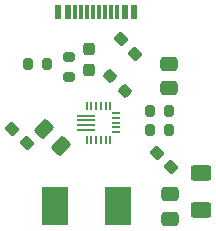
<source format=gbr>
%TF.GenerationSoftware,KiCad,Pcbnew,9.0.6*%
%TF.CreationDate,2025-12-26T02:16:26-08:00*%
%TF.ProjectId,NVG Monocular,4e564720-4d6f-46e6-9f63-756c61722e6b,rev?*%
%TF.SameCoordinates,Original*%
%TF.FileFunction,Paste,Top*%
%TF.FilePolarity,Positive*%
%FSLAX46Y46*%
G04 Gerber Fmt 4.6, Leading zero omitted, Abs format (unit mm)*
G04 Created by KiCad (PCBNEW 9.0.6) date 2025-12-26 02:16:26*
%MOMM*%
%LPD*%
G01*
G04 APERTURE LIST*
G04 Aperture macros list*
%AMRoundRect*
0 Rectangle with rounded corners*
0 $1 Rounding radius*
0 $2 $3 $4 $5 $6 $7 $8 $9 X,Y pos of 4 corners*
0 Add a 4 corners polygon primitive as box body*
4,1,4,$2,$3,$4,$5,$6,$7,$8,$9,$2,$3,0*
0 Add four circle primitives for the rounded corners*
1,1,$1+$1,$2,$3*
1,1,$1+$1,$4,$5*
1,1,$1+$1,$6,$7*
1,1,$1+$1,$8,$9*
0 Add four rect primitives between the rounded corners*
20,1,$1+$1,$2,$3,$4,$5,0*
20,1,$1+$1,$4,$5,$6,$7,0*
20,1,$1+$1,$6,$7,$8,$9,0*
20,1,$1+$1,$8,$9,$2,$3,0*%
G04 Aperture macros list end*
%ADD10RoundRect,0.237500X-0.380070X0.044194X0.044194X-0.380070X0.380070X-0.044194X-0.044194X0.380070X0*%
%ADD11RoundRect,0.250000X-0.475000X0.337500X-0.475000X-0.337500X0.475000X-0.337500X0.475000X0.337500X0*%
%ADD12RoundRect,0.237500X-0.344715X0.008839X0.008839X-0.344715X0.344715X-0.008839X-0.008839X0.344715X0*%
%ADD13RoundRect,0.200000X0.200000X0.275000X-0.200000X0.275000X-0.200000X-0.275000X0.200000X-0.275000X0*%
%ADD14R,1.498600X0.203200*%
%ADD15R,0.203200X0.711200*%
%ADD16R,0.711200X0.203200*%
%ADD17RoundRect,0.237500X0.237500X-0.300000X0.237500X0.300000X-0.237500X0.300000X-0.237500X-0.300000X0*%
%ADD18RoundRect,0.200000X-0.200000X-0.275000X0.200000X-0.275000X0.200000X0.275000X-0.200000X0.275000X0*%
%ADD19RoundRect,0.250000X-0.625000X0.400000X-0.625000X-0.400000X0.625000X-0.400000X0.625000X0.400000X0*%
%ADD20RoundRect,0.250000X0.574524X0.097227X0.097227X0.574524X-0.574524X-0.097227X-0.097227X-0.574524X0*%
%ADD21RoundRect,0.250000X0.475000X-0.337500X0.475000X0.337500X-0.475000X0.337500X-0.475000X-0.337500X0*%
%ADD22RoundRect,0.200000X0.275000X-0.200000X0.275000X0.200000X-0.275000X0.200000X-0.275000X-0.200000X0*%
%ADD23R,2.235200X3.175000*%
%ADD24R,0.600000X1.150000*%
%ADD25R,0.300000X1.150000*%
G04 APERTURE END LIST*
D10*
%TO.C,C2*%
X151434520Y-92506520D03*
X152654280Y-93726280D03*
%TD*%
D11*
%TO.C,C3*%
X152552400Y-95990500D03*
X152552400Y-98065500D03*
%TD*%
D12*
%TO.C,R8*%
X147487565Y-85968765D03*
X148778035Y-87259235D03*
%TD*%
D13*
%TO.C,R7*%
X142176000Y-84963000D03*
X140526000Y-84963000D03*
%TD*%
D14*
%TO.C,U1*%
X145449999Y-89349999D03*
X145449999Y-89750001D03*
X145449999Y-90150000D03*
X145449999Y-90549999D03*
D15*
X145499998Y-91400000D03*
X145900000Y-91400000D03*
X146299999Y-91400000D03*
X146699999Y-91400000D03*
X147099998Y-91400000D03*
X147500000Y-91400000D03*
D16*
X147949999Y-90750001D03*
X147949999Y-90349999D03*
X147949999Y-89950000D03*
X147949999Y-89550001D03*
X147949999Y-89149999D03*
D15*
X147500000Y-88500000D03*
X147099998Y-88500000D03*
X146699999Y-88500000D03*
X146299999Y-88500000D03*
X145900000Y-88500000D03*
X145499998Y-88500000D03*
%TD*%
D17*
%TO.C,C7*%
X145669000Y-85462500D03*
X145669000Y-83737500D03*
%TD*%
D18*
%TO.C,R5*%
X150850001Y-90576400D03*
X152500001Y-90576400D03*
%TD*%
%TO.C,R4*%
X150850001Y-89000000D03*
X152500001Y-89000000D03*
%TD*%
D10*
%TO.C,C5*%
X139217120Y-90449120D03*
X140436880Y-91668880D03*
%TD*%
D19*
%TO.C,R2*%
X155194000Y-94208000D03*
X155194000Y-97308000D03*
%TD*%
D20*
%TO.C,C4*%
X143329223Y-91919623D03*
X141861977Y-90452377D03*
%TD*%
D21*
%TO.C,C6*%
X152501600Y-87041900D03*
X152501600Y-84966900D03*
%TD*%
D22*
%TO.C,R6*%
X144018000Y-86042000D03*
X144018000Y-84392000D03*
%TD*%
D23*
%TO.C,L1*%
X148154300Y-97000000D03*
X142845700Y-97000000D03*
%TD*%
D24*
%TO.C,J2*%
X149504000Y-80574000D03*
X148704000Y-80574000D03*
D25*
X147554000Y-80574000D03*
X146554000Y-80574000D03*
X146054000Y-80574000D03*
X145054000Y-80574000D03*
D24*
X143104000Y-80574000D03*
X143904000Y-80574000D03*
D25*
X144554000Y-80574000D03*
X145554000Y-80574000D03*
X147054000Y-80574000D03*
X148054000Y-80574000D03*
%TD*%
D10*
%TO.C,C1*%
X148390120Y-82890120D03*
X149609880Y-84109880D03*
%TD*%
M02*

</source>
